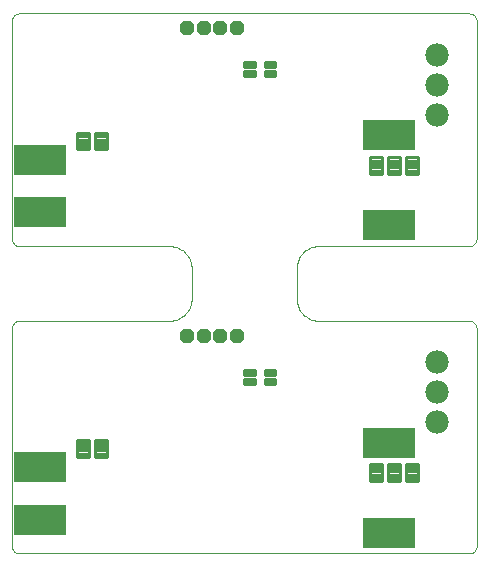
<source format=gbs>
G75*
%MOIN*%
%OFA0B0*%
%FSLAX24Y24*%
%IPPOS*%
%LPD*%
%AMOC8*
5,1,8,0,0,1.08239X$1,22.5*
%
%ADD10C,0.0000*%
%ADD11R,0.1750X0.1000*%
%ADD12C,0.0780*%
%ADD13OC8,0.0480*%
%ADD14C,0.0110*%
%ADD15C,0.0120*%
D10*
X000425Y000238D02*
X015425Y000238D01*
X015455Y000240D01*
X015485Y000245D01*
X015514Y000254D01*
X015541Y000267D01*
X015567Y000282D01*
X015591Y000301D01*
X015612Y000322D01*
X015631Y000346D01*
X015646Y000372D01*
X015659Y000399D01*
X015668Y000428D01*
X015673Y000458D01*
X015675Y000488D01*
X015675Y007738D01*
X015673Y007768D01*
X015668Y007798D01*
X015659Y007827D01*
X015646Y007854D01*
X015631Y007880D01*
X015612Y007904D01*
X015591Y007925D01*
X015567Y007944D01*
X015541Y007959D01*
X015514Y007972D01*
X015485Y007981D01*
X015455Y007986D01*
X015425Y007988D01*
X010425Y007988D01*
X010371Y007990D01*
X010318Y007996D01*
X010266Y008005D01*
X010214Y008018D01*
X010163Y008035D01*
X010113Y008056D01*
X010066Y008080D01*
X010020Y008107D01*
X009976Y008138D01*
X009934Y008171D01*
X009895Y008208D01*
X009858Y008247D01*
X009825Y008289D01*
X009794Y008333D01*
X009767Y008379D01*
X009743Y008426D01*
X009722Y008476D01*
X009705Y008527D01*
X009692Y008579D01*
X009683Y008631D01*
X009677Y008684D01*
X009675Y008738D01*
X009675Y009738D01*
X009677Y009792D01*
X009683Y009845D01*
X009692Y009897D01*
X009705Y009949D01*
X009722Y010000D01*
X009743Y010050D01*
X009767Y010097D01*
X009794Y010143D01*
X009825Y010187D01*
X009858Y010229D01*
X009895Y010268D01*
X009934Y010305D01*
X009976Y010338D01*
X010020Y010369D01*
X010066Y010396D01*
X010113Y010420D01*
X010163Y010441D01*
X010214Y010458D01*
X010266Y010471D01*
X010318Y010480D01*
X010371Y010486D01*
X010425Y010488D01*
X015425Y010488D01*
X015455Y010490D01*
X015485Y010495D01*
X015514Y010504D01*
X015541Y010517D01*
X015567Y010532D01*
X015591Y010551D01*
X015612Y010572D01*
X015631Y010596D01*
X015646Y010622D01*
X015659Y010649D01*
X015668Y010678D01*
X015673Y010708D01*
X015675Y010738D01*
X015675Y017988D01*
X015673Y018018D01*
X015668Y018048D01*
X015659Y018077D01*
X015646Y018104D01*
X015631Y018130D01*
X015612Y018154D01*
X015591Y018175D01*
X015567Y018194D01*
X015541Y018209D01*
X015514Y018222D01*
X015485Y018231D01*
X015455Y018236D01*
X015425Y018238D01*
X000425Y018238D01*
X000395Y018236D01*
X000365Y018231D01*
X000336Y018222D01*
X000309Y018209D01*
X000283Y018194D01*
X000259Y018175D01*
X000238Y018154D01*
X000219Y018130D01*
X000204Y018104D01*
X000191Y018077D01*
X000182Y018048D01*
X000177Y018018D01*
X000175Y017988D01*
X000175Y010738D01*
X000177Y010708D01*
X000182Y010678D01*
X000191Y010649D01*
X000204Y010622D01*
X000219Y010596D01*
X000238Y010572D01*
X000259Y010551D01*
X000283Y010532D01*
X000309Y010517D01*
X000336Y010504D01*
X000365Y010495D01*
X000395Y010490D01*
X000425Y010488D01*
X005425Y010488D01*
X005479Y010486D01*
X005532Y010480D01*
X005584Y010471D01*
X005636Y010458D01*
X005687Y010441D01*
X005737Y010420D01*
X005784Y010396D01*
X005830Y010369D01*
X005874Y010338D01*
X005916Y010305D01*
X005955Y010268D01*
X005992Y010229D01*
X006025Y010187D01*
X006056Y010143D01*
X006083Y010097D01*
X006107Y010050D01*
X006128Y010000D01*
X006145Y009949D01*
X006158Y009897D01*
X006167Y009845D01*
X006173Y009792D01*
X006175Y009738D01*
X006175Y008738D01*
X006173Y008684D01*
X006167Y008631D01*
X006158Y008579D01*
X006145Y008527D01*
X006128Y008476D01*
X006107Y008426D01*
X006083Y008379D01*
X006056Y008333D01*
X006025Y008289D01*
X005992Y008247D01*
X005955Y008208D01*
X005916Y008171D01*
X005874Y008138D01*
X005830Y008107D01*
X005784Y008080D01*
X005737Y008056D01*
X005687Y008035D01*
X005636Y008018D01*
X005584Y008005D01*
X005532Y007996D01*
X005479Y007990D01*
X005425Y007988D01*
X000425Y007988D01*
X000395Y007986D01*
X000365Y007981D01*
X000336Y007972D01*
X000309Y007959D01*
X000283Y007944D01*
X000259Y007925D01*
X000238Y007904D01*
X000219Y007880D01*
X000204Y007854D01*
X000191Y007827D01*
X000182Y007798D01*
X000177Y007768D01*
X000175Y007738D01*
X000175Y000488D01*
X000177Y000458D01*
X000182Y000428D01*
X000191Y000399D01*
X000204Y000372D01*
X000219Y000346D01*
X000238Y000322D01*
X000259Y000301D01*
X000283Y000282D01*
X000309Y000267D01*
X000336Y000254D01*
X000365Y000245D01*
X000395Y000240D01*
X000425Y000238D01*
D11*
X001113Y001363D03*
X001113Y003113D03*
X001113Y011613D03*
X001113Y013363D03*
X012738Y014175D03*
X012738Y011175D03*
X012738Y003925D03*
X012738Y000925D03*
D12*
X014363Y004613D03*
X014363Y005613D03*
X014363Y006613D03*
X014363Y014863D03*
X014363Y015863D03*
X014363Y016863D03*
D13*
X007675Y017738D03*
X007125Y017738D03*
X006575Y017738D03*
X006025Y017738D03*
X006025Y007488D03*
X006575Y007488D03*
X007125Y007488D03*
X007675Y007488D03*
D14*
X003358Y004018D02*
X002968Y004018D01*
X003358Y004018D02*
X003358Y003458D01*
X002968Y003458D01*
X002968Y004018D01*
X002968Y003567D02*
X003358Y003567D01*
X003358Y003676D02*
X002968Y003676D01*
X002968Y003785D02*
X003358Y003785D01*
X003358Y003894D02*
X002968Y003894D01*
X002968Y004003D02*
X003358Y004003D01*
X002758Y004018D02*
X002368Y004018D01*
X002758Y004018D02*
X002758Y003458D01*
X002368Y003458D01*
X002368Y004018D01*
X002368Y003567D02*
X002758Y003567D01*
X002758Y003676D02*
X002368Y003676D01*
X002368Y003785D02*
X002758Y003785D01*
X002758Y003894D02*
X002368Y003894D01*
X002368Y004003D02*
X002758Y004003D01*
X002758Y014268D02*
X002368Y014268D01*
X002758Y014268D02*
X002758Y013708D01*
X002368Y013708D01*
X002368Y014268D01*
X002368Y013817D02*
X002758Y013817D01*
X002758Y013926D02*
X002368Y013926D01*
X002368Y014035D02*
X002758Y014035D01*
X002758Y014144D02*
X002368Y014144D01*
X002368Y014253D02*
X002758Y014253D01*
X002968Y014268D02*
X003358Y014268D01*
X003358Y013708D01*
X002968Y013708D01*
X002968Y014268D01*
X002968Y013817D02*
X003358Y013817D01*
X003358Y013926D02*
X002968Y013926D01*
X002968Y014035D02*
X003358Y014035D01*
X003358Y014144D02*
X002968Y014144D01*
X002968Y014253D02*
X003358Y014253D01*
X012130Y012895D02*
X012520Y012895D01*
X012130Y012895D02*
X012130Y013455D01*
X012520Y013455D01*
X012520Y012895D01*
X012520Y013004D02*
X012130Y013004D01*
X012130Y013113D02*
X012520Y013113D01*
X012520Y013222D02*
X012130Y013222D01*
X012130Y013331D02*
X012520Y013331D01*
X012520Y013440D02*
X012130Y013440D01*
X012730Y012895D02*
X013120Y012895D01*
X012730Y012895D02*
X012730Y013455D01*
X013120Y013455D01*
X013120Y012895D01*
X013120Y013004D02*
X012730Y013004D01*
X012730Y013113D02*
X013120Y013113D01*
X013120Y013222D02*
X012730Y013222D01*
X012730Y013331D02*
X013120Y013331D01*
X013120Y013440D02*
X012730Y013440D01*
X013330Y012895D02*
X013720Y012895D01*
X013330Y012895D02*
X013330Y013455D01*
X013720Y013455D01*
X013720Y012895D01*
X013720Y013004D02*
X013330Y013004D01*
X013330Y013113D02*
X013720Y013113D01*
X013720Y013222D02*
X013330Y013222D01*
X013330Y013331D02*
X013720Y013331D01*
X013720Y013440D02*
X013330Y013440D01*
X013330Y002645D02*
X013720Y002645D01*
X013330Y002645D02*
X013330Y003205D01*
X013720Y003205D01*
X013720Y002645D01*
X013720Y002754D02*
X013330Y002754D01*
X013330Y002863D02*
X013720Y002863D01*
X013720Y002972D02*
X013330Y002972D01*
X013330Y003081D02*
X013720Y003081D01*
X013720Y003190D02*
X013330Y003190D01*
X013120Y002645D02*
X012730Y002645D01*
X012730Y003205D01*
X013120Y003205D01*
X013120Y002645D01*
X013120Y002754D02*
X012730Y002754D01*
X012730Y002863D02*
X013120Y002863D01*
X013120Y002972D02*
X012730Y002972D01*
X012730Y003081D02*
X013120Y003081D01*
X013120Y003190D02*
X012730Y003190D01*
X012520Y002645D02*
X012130Y002645D01*
X012130Y003205D01*
X012520Y003205D01*
X012520Y002645D01*
X012520Y002754D02*
X012130Y002754D01*
X012130Y002863D02*
X012520Y002863D01*
X012520Y002972D02*
X012130Y002972D01*
X012130Y003081D02*
X012520Y003081D01*
X012520Y003190D02*
X012130Y003190D01*
D15*
X008960Y005903D02*
X008960Y006023D01*
X008960Y005903D02*
X008640Y005903D01*
X008640Y006023D01*
X008960Y006023D01*
X008960Y006022D02*
X008640Y006022D01*
X008960Y006203D02*
X008960Y006323D01*
X008960Y006203D02*
X008640Y006203D01*
X008640Y006323D01*
X008960Y006323D01*
X008960Y006322D02*
X008640Y006322D01*
X008273Y006323D02*
X008273Y006203D01*
X007953Y006203D01*
X007953Y006323D01*
X008273Y006323D01*
X008273Y006322D02*
X007953Y006322D01*
X008273Y006023D02*
X008273Y005903D01*
X007953Y005903D01*
X007953Y006023D01*
X008273Y006023D01*
X008273Y006022D02*
X007953Y006022D01*
X008273Y016153D02*
X008273Y016273D01*
X008273Y016153D02*
X007953Y016153D01*
X007953Y016273D01*
X008273Y016273D01*
X008273Y016272D02*
X007953Y016272D01*
X008273Y016453D02*
X008273Y016573D01*
X008273Y016453D02*
X007953Y016453D01*
X007953Y016573D01*
X008273Y016573D01*
X008273Y016572D02*
X007953Y016572D01*
X008960Y016573D02*
X008960Y016453D01*
X008640Y016453D01*
X008640Y016573D01*
X008960Y016573D01*
X008960Y016572D02*
X008640Y016572D01*
X008960Y016273D02*
X008960Y016153D01*
X008640Y016153D01*
X008640Y016273D01*
X008960Y016273D01*
X008960Y016272D02*
X008640Y016272D01*
M02*

</source>
